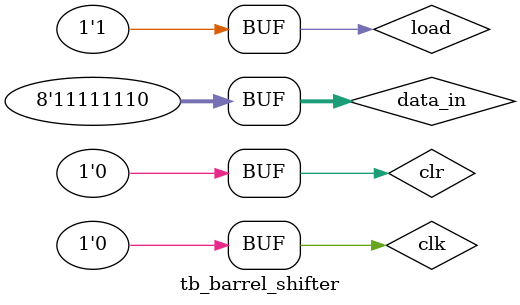
<source format=v>
module tb_barrel_shifter();

wire [7:0] data_out;
reg [7:0] data_in;
reg clk, clr, load;

barrel_shifter uut(.data_out(data_out), .data_in(data_in), .clk(clk), .clr(clr), .load(load));

initial begin
    clk = 1'b0;
end

initial begin
    #5 clk = ~clk;
end

initial begin
    $dumpfile("../simulation/tb_barrel_shifter.v");
    $dumpvars(0, tb_barrel_shifter);
end

initial begin
    clr = 1'b1;
    #10 clr = 1'b0;

    #5 data_in = 8'hfe;
    #5 load = 1'b1;
end

initial begin
    $monitor($time, " Barrel Shifter output: %x", data_out);
end

endmodule
</source>
